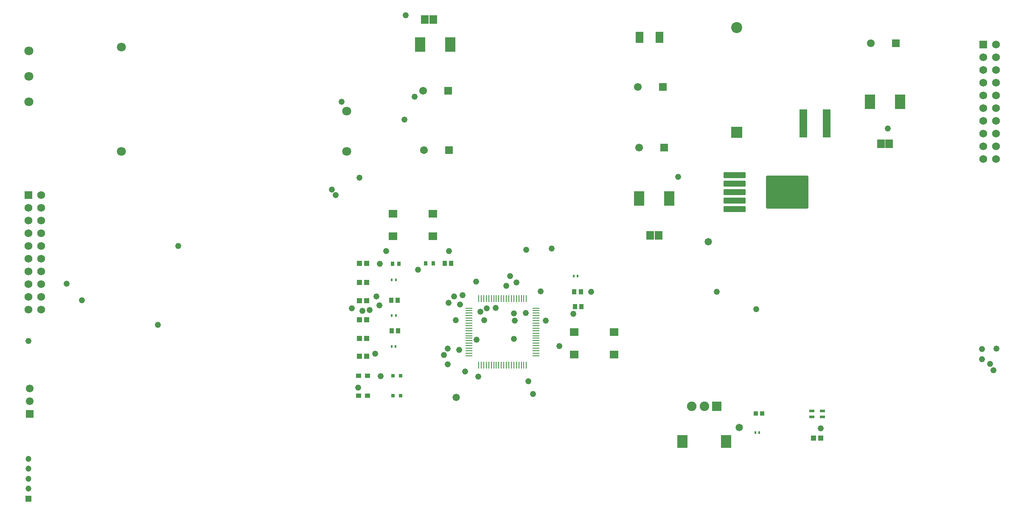
<source format=gts>
G04*
G04 #@! TF.GenerationSoftware,Altium Limited,Altium Designer,24.8.2 (39)*
G04*
G04 Layer_Color=8388736*
%FSLAX44Y44*%
%MOMM*%
G71*
G04*
G04 #@! TF.SameCoordinates,4885581F-0604-4F09-9491-639391A0AD0E*
G04*
G04*
G04 #@! TF.FilePolarity,Negative*
G04*
G01*
G75*
%ADD17R,0.2794X1.3589*%
%ADD18R,1.3589X0.2794*%
%ADD19R,1.0549X1.0062*%
%ADD21R,0.4000X0.5000*%
%ADD22R,0.7581X0.8121*%
%ADD23R,2.0000X3.0000*%
%ADD24R,1.6000X5.7000*%
%ADD27R,1.6002X2.2098*%
%ADD30R,0.8000X0.8000*%
%ADD31R,1.0000X0.9000*%
%ADD32R,0.8549X0.9062*%
%ADD34R,1.0668X0.6096*%
%ADD36R,0.8000X0.9000*%
%ADD37R,1.5532X1.6532*%
G04:AMPARAMS|DCode=38|XSize=6.6032mm|YSize=8.4032mm|CornerRadius=0.1656mm|HoleSize=0mm|Usage=FLASHONLY|Rotation=90.000|XOffset=0mm|YOffset=0mm|HoleType=Round|Shape=RoundedRectangle|*
%AMROUNDEDRECTD38*
21,1,6.6032,8.0720,0,0,90.0*
21,1,6.2720,8.4032,0,0,90.0*
1,1,0.3312,4.0360,3.1360*
1,1,0.3312,4.0360,-3.1360*
1,1,0.3312,-4.0360,-3.1360*
1,1,0.3312,-4.0360,3.1360*
%
%ADD38ROUNDEDRECTD38*%
G04:AMPARAMS|DCode=39|XSize=1.2032mm|YSize=4.3532mm|CornerRadius=0.1516mm|HoleSize=0mm|Usage=FLASHONLY|Rotation=90.000|XOffset=0mm|YOffset=0mm|HoleType=Round|Shape=RoundedRectangle|*
%AMROUNDEDRECTD39*
21,1,1.2032,4.0500,0,0,90.0*
21,1,0.9000,4.3532,0,0,90.0*
1,1,0.3032,2.0250,0.4500*
1,1,0.3032,2.0250,-0.4500*
1,1,0.3032,-2.0250,-0.4500*
1,1,0.3032,-2.0250,0.4500*
%
%ADD39ROUNDEDRECTD39*%
%ADD40R,0.9532X1.0532*%
%ADD41R,0.9032X1.0532*%
%ADD42R,2.1032X2.5032*%
%ADD43R,1.7532X1.5032*%
%ADD44C,1.8034*%
%ADD45R,1.5700X1.5700*%
%ADD46C,1.5700*%
%ADD47C,1.5500*%
%ADD48R,1.5500X1.5500*%
%ADD49C,1.2000*%
%ADD50R,1.2000X1.2000*%
%ADD51R,1.5500X1.5500*%
%ADD52C,2.2000*%
%ADD53R,2.2000X2.2000*%
%ADD54R,1.9032X1.9032*%
%ADD55C,1.9032*%
%ADD56C,1.2192*%
%ADD57C,1.4732*%
D17*
X1010410Y1284668D02*
D03*
X1015410D02*
D03*
X1020410D02*
D03*
X1025410D02*
D03*
X1030410D02*
D03*
X1035410D02*
D03*
X1040410D02*
D03*
X1045410D02*
D03*
X1050410D02*
D03*
X1055410D02*
D03*
X1060410D02*
D03*
X1065410D02*
D03*
X1070410D02*
D03*
X1075410D02*
D03*
X1080410D02*
D03*
X1085410D02*
D03*
X1090410D02*
D03*
X1095410D02*
D03*
X1100410D02*
D03*
X1105410D02*
D03*
Y1151191D02*
D03*
X1100410D02*
D03*
X1095410D02*
D03*
X1090410D02*
D03*
X1085410D02*
D03*
X1080410D02*
D03*
X1075410D02*
D03*
X1070410D02*
D03*
X1065410D02*
D03*
X1060410D02*
D03*
X1055410D02*
D03*
X1050410D02*
D03*
X1045410D02*
D03*
X1040410D02*
D03*
X1035410D02*
D03*
X1030410D02*
D03*
X1025410D02*
D03*
X1020410D02*
D03*
X1015410D02*
D03*
X1010410D02*
D03*
D18*
X1124649Y1265430D02*
D03*
Y1260430D02*
D03*
Y1255430D02*
D03*
Y1250430D02*
D03*
Y1245430D02*
D03*
Y1240430D02*
D03*
Y1235430D02*
D03*
Y1230430D02*
D03*
Y1225430D02*
D03*
Y1220430D02*
D03*
Y1215430D02*
D03*
Y1210430D02*
D03*
Y1205430D02*
D03*
Y1200430D02*
D03*
Y1195430D02*
D03*
Y1190430D02*
D03*
Y1185430D02*
D03*
Y1180430D02*
D03*
Y1175430D02*
D03*
Y1170430D02*
D03*
X991171D02*
D03*
Y1175430D02*
D03*
Y1180430D02*
D03*
Y1185430D02*
D03*
Y1190430D02*
D03*
Y1195430D02*
D03*
Y1200430D02*
D03*
Y1205430D02*
D03*
Y1210430D02*
D03*
Y1215430D02*
D03*
Y1220430D02*
D03*
Y1225430D02*
D03*
Y1230430D02*
D03*
Y1235430D02*
D03*
Y1240430D02*
D03*
Y1245430D02*
D03*
Y1250430D02*
D03*
Y1255430D02*
D03*
Y1260430D02*
D03*
Y1265430D02*
D03*
D19*
X772524Y1242060D02*
D03*
X787036D02*
D03*
X772524Y1169670D02*
D03*
X787037D02*
D03*
X772524Y1355090D02*
D03*
X787037D02*
D03*
X772524Y1316990D02*
D03*
X787036D02*
D03*
X772524Y1280160D02*
D03*
X787037D02*
D03*
X772160Y1205230D02*
D03*
X786673D02*
D03*
X1692546Y1005840D02*
D03*
X1678034D02*
D03*
D21*
X844930Y1322070D02*
D03*
X836930D02*
D03*
X844740Y1188720D02*
D03*
X836740D02*
D03*
X844930Y1250950D02*
D03*
X836930D02*
D03*
X1569910Y1017270D02*
D03*
X1561910D02*
D03*
X1199960Y1329690D02*
D03*
X1207960D02*
D03*
D22*
X838280Y1353820D02*
D03*
X850820D02*
D03*
D23*
X893290Y1791970D02*
D03*
X953290D02*
D03*
X1791180Y1677670D02*
D03*
X1851180D02*
D03*
X1330170Y1484630D02*
D03*
X1390170D02*
D03*
D24*
X1704980Y1634490D02*
D03*
X1657980D02*
D03*
D27*
X1331341Y1805940D02*
D03*
X1371219D02*
D03*
D30*
X854590Y1090930D02*
D03*
X839590D02*
D03*
X854590Y1130300D02*
D03*
X839590D02*
D03*
D31*
X788780Y1090930D02*
D03*
X770780D02*
D03*
X788780Y1130300D02*
D03*
X770780D02*
D03*
D32*
X1575977Y1055370D02*
D03*
X1563463D02*
D03*
D34*
X1695958Y1060100D02*
D03*
Y1048100D02*
D03*
X1674622D02*
D03*
Y1060100D02*
D03*
D36*
X919360Y1355090D02*
D03*
X904360D02*
D03*
D37*
X1352550Y1410970D02*
D03*
X1369050D02*
D03*
X902970Y1841500D02*
D03*
X919470D02*
D03*
X1812930Y1593850D02*
D03*
X1829430D02*
D03*
D38*
X1625600Y1497330D02*
D03*
D39*
X1521100Y1463330D02*
D03*
Y1480330D02*
D03*
Y1497330D02*
D03*
Y1514330D02*
D03*
Y1531330D02*
D03*
D40*
X836780Y1220470D02*
D03*
X849780D02*
D03*
X1201120Y1297940D02*
D03*
X1214120D02*
D03*
X942340Y1355090D02*
D03*
X955340D02*
D03*
D41*
X835760Y1281430D02*
D03*
X848260D02*
D03*
X1202790Y1268730D02*
D03*
X1215290D02*
D03*
D42*
X1504000Y999490D02*
D03*
X1417000D02*
D03*
D43*
X1201040Y1217570D02*
D03*
Y1172570D02*
D03*
X1280540Y1217570D02*
D03*
Y1172570D02*
D03*
X839090Y1453790D02*
D03*
Y1408790D02*
D03*
X918590Y1453790D02*
D03*
Y1408790D02*
D03*
D44*
X297180Y1578610D02*
D03*
Y1786610D02*
D03*
X747180Y1658610D02*
D03*
Y1578610D02*
D03*
X113030Y1779270D02*
D03*
Y1728470D02*
D03*
Y1677670D02*
D03*
D45*
X111760Y1490980D02*
D03*
X2016760Y1791970D02*
D03*
D46*
X111760Y1465580D02*
D03*
Y1440180D02*
D03*
Y1414780D02*
D03*
Y1389380D02*
D03*
Y1363980D02*
D03*
Y1338580D02*
D03*
Y1313180D02*
D03*
Y1287780D02*
D03*
Y1262380D02*
D03*
X137160Y1490980D02*
D03*
Y1465580D02*
D03*
Y1440180D02*
D03*
Y1414780D02*
D03*
Y1389380D02*
D03*
Y1363980D02*
D03*
Y1338580D02*
D03*
Y1313180D02*
D03*
Y1287780D02*
D03*
Y1262380D02*
D03*
X2042160Y1563370D02*
D03*
Y1588770D02*
D03*
Y1614170D02*
D03*
Y1639570D02*
D03*
Y1664970D02*
D03*
Y1690370D02*
D03*
Y1715770D02*
D03*
Y1741170D02*
D03*
Y1766570D02*
D03*
Y1791970D02*
D03*
X2016760Y1563370D02*
D03*
Y1588770D02*
D03*
Y1614170D02*
D03*
Y1639570D02*
D03*
Y1664970D02*
D03*
Y1690370D02*
D03*
Y1715770D02*
D03*
Y1741170D02*
D03*
Y1766570D02*
D03*
D47*
X899560Y1699260D02*
D03*
X114300Y1104900D02*
D03*
Y1079500D02*
D03*
X900830Y1581150D02*
D03*
X1792370Y1794510D02*
D03*
X1330490Y1586230D02*
D03*
X1327550Y1706880D02*
D03*
D48*
X949560Y1699260D02*
D03*
X950830Y1581150D02*
D03*
X1842370Y1794510D02*
D03*
X1380490Y1586230D02*
D03*
X1377550Y1706880D02*
D03*
D49*
X111760Y964880D02*
D03*
Y944880D02*
D03*
Y924880D02*
D03*
Y904880D02*
D03*
D50*
Y884880D02*
D03*
D51*
X114300Y1054100D02*
D03*
D52*
X1525270Y1825550D02*
D03*
D53*
Y1616150D02*
D03*
D54*
X1485500Y1069490D02*
D03*
D55*
X1435500D02*
D03*
X1460500D02*
D03*
D56*
X1826260Y1624330D02*
D03*
X864870Y1850390D02*
D03*
X2037080Y1141730D02*
D03*
X2043430Y1184910D02*
D03*
X736600Y1677670D02*
D03*
X948690Y1153160D02*
D03*
X1105154Y1381506D02*
D03*
X1080770Y1254760D02*
D03*
X1065410Y1309878D02*
D03*
X187960Y1314450D02*
D03*
X772524Y1525668D02*
D03*
X882650Y1687830D02*
D03*
X862076Y1641602D02*
D03*
X815086Y1129284D02*
D03*
X1005586Y1318768D02*
D03*
X1026160Y1264920D02*
D03*
X1085850Y1316990D02*
D03*
X1073150Y1329010D02*
D03*
X1134110Y1299210D02*
D03*
X1082040Y1240790D02*
D03*
X218440Y1281430D02*
D03*
X1155954Y1384554D02*
D03*
X1198880Y1254252D02*
D03*
X1080770Y1203960D02*
D03*
X717042Y1502410D02*
D03*
X769620Y1106424D02*
D03*
X1109472Y1119124D02*
D03*
X724662Y1490980D02*
D03*
X370586Y1232154D02*
D03*
X1021080Y1241298D02*
D03*
X889254Y1341882D02*
D03*
X982980Y1139190D02*
D03*
X2030730Y1154430D02*
D03*
X2014220Y1183386D02*
D03*
X948690Y1184910D02*
D03*
X941070Y1172210D02*
D03*
X2014220Y1163320D02*
D03*
X1692546Y1025254D02*
D03*
X1118362Y1093978D02*
D03*
X1144270Y1240790D02*
D03*
X1103884Y1255776D02*
D03*
X964946Y1241552D02*
D03*
X756920Y1264920D02*
D03*
X972820Y1272540D02*
D03*
X778510Y1259840D02*
D03*
X977900Y1291590D02*
D03*
X806450Y1289050D02*
D03*
X1005840Y1202690D02*
D03*
X803910Y1174750D02*
D03*
X792370Y1261872D02*
D03*
X961390Y1289050D02*
D03*
X812292Y1270762D02*
D03*
X949960Y1276350D02*
D03*
X812800Y1353566D02*
D03*
X1485500Y1297940D02*
D03*
X1234694D02*
D03*
X825500Y1378966D02*
D03*
X951230D02*
D03*
X111760Y1200150D02*
D03*
X971550Y1182370D02*
D03*
X1171553Y1189736D02*
D03*
X1043940Y1266190D02*
D03*
X1009650Y1129030D02*
D03*
X1013460Y1258570D02*
D03*
X1564386Y1263396D02*
D03*
X410718Y1389380D02*
D03*
X1408430Y1527810D02*
D03*
D57*
X1468120Y1398270D02*
D03*
X1530350Y1027430D02*
D03*
X965200Y1087120D02*
D03*
M02*

</source>
